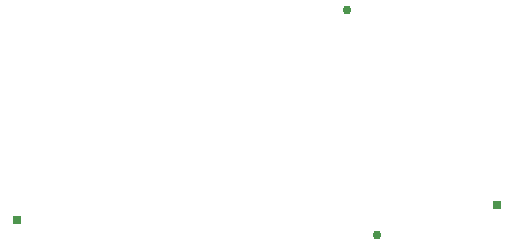
<source format=gbr>
G04 EAGLE Gerber RS-274X export*
G75*
%MOMM*%
%FSLAX34Y34*%
%LPD*%
%INVias*%
%IPPOS*%
%AMOC8*
5,1,8,0,0,1.08239X$1,22.5*%
G01*
%ADD10R,0.756400X0.756400*%
%ADD11C,0.756400*%


D10*
X495300Y330200D03*
X901700Y342900D03*
D11*
X800100Y317500D03*
X774700Y508000D03*
M02*

</source>
